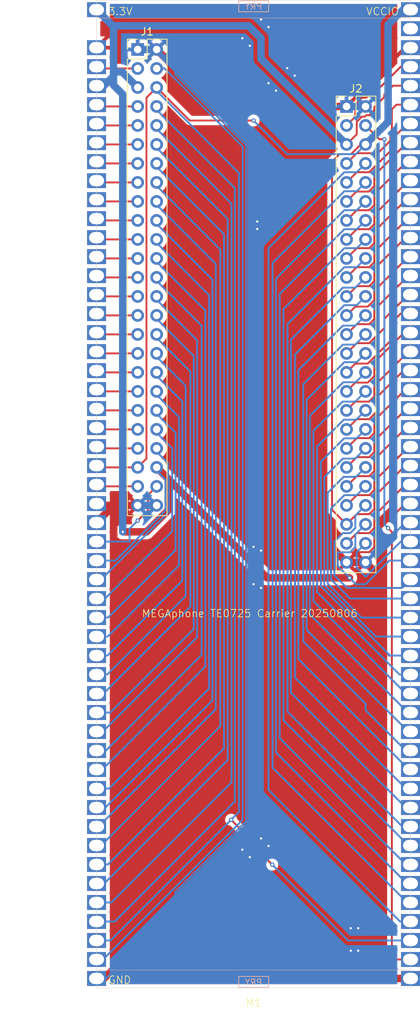
<source format=kicad_pcb>
(kicad_pcb (version 20241229) (generator "pcbnew") (generator_version "9.0")
  (layers (0 "F.Cu" signal) (2 "B.Cu" signal) (13 "F.Paste" user) (15 "B.Paste" user) (5 "F.SilkS" user "F.Silkscreen") (7 "B.SilkS" user "B.Silkscreen") (1 "F.Mask" user) (3 "B.Mask" user) (25 "Edge.Cuts" user))
  (net 0 "")
  (net 2 "J1_35")
  (net 3 "J1_24")
  (net 4 "J1_17")
  (net 5 "J1_19")
  (net 6 "J1_37")
  (net 7 "J1_30")
  (net 8 "J1_26")
  (net 9 "J1_29")
  (net 10 "J1_7")
  (net 11 "J1_4")
  (net 12 "J1_20")
  (net 13 "J1_39")
  (net 14 "J1_8")
  (net 15 "J1_41")
  (net 16 "J1_3")
  (net 17 "J1_38")
  (net 18 "J1_16")
  (net 19 "J1_23")
  (net 20 "J1_44")
  (net 21 "J1_32")
  (net 22 "J1_40")
  (net 23 "J1_11")
  (net 24 "J1_22")
  (net 25 "J1_14")
  (net 26 "J1_48")
  (net 27 "J1_31")
  (net 28 "J1_12")
  (net 29 "J1_9")
  (net 30 "J1_25")
  (net 31 "J1_42")
  (net 32 "J1_13")
  (net 33 "J1_43")
  (net 34 "J1_18")
  (net 35 "J1_33")
  (net 36 "J1_34")
  (net 37 "J1_10")
  (net 38 "J1_1")
  (net 39 "J1_47")
  (net 40 "J1_15")
  (net 41 "J1_27")
  (net 42 "J1_28")
  (net 43 "J1_21")
  (net 44 "J1_36")
  (net 45 "J2_48")
  (net 46 "J2_21")
  (net 47 "J2_31")
  (net 48 "J2_27")
  (net 49 "J2_37")
  (net 50 "J2_28")
  (net 51 "J2_47")
  (net 52 "J2_42")
  (net 53 "J2_36")
  (net 54 "J2_40")
  (net 55 "J2_17")
  (net 56 "J2_11")
  (net 57 "J2_41")
  (net 58 "J2_30")
  (net 59 "J2_24")
  (net 60 "J2_23")
  (net 61 "J2_26")
  (net 62 "J2_38")
  (net 63 "J2_43")
  (net 64 "J2_12")
  (net 65 "J2_32")
  (net 66 "J2_33")
  (net 67 "J2_35")
  (net 68 "J2_16")
  (net 69 "J2_7")
  (net 70 "J2_34")
  (net 71 "J2_18")
  (net 72 "J2_15")
  (net 73 "J2_14")
  (net 74 "J2_39")
  (net 75 "J2_9")
  (net 76 "J2_44")
  (net 77 "J2_20")
  (net 78 "J2_25")
  (net 79 "J2_10")
  (net 80 "J2_13")
  (net 81 "J2_29")
  (net 82 "J2_8")
  (net 83 "J2_19")
  (net 84 "J2_22")
  (net 85 "J1_46")
  (net 86 "J2_3")
  (net 87 "J1_45")
  (net 88 "J2_4")
  (footprint "MegaCastle:MegaCastle2x52-Module-I42.0x127.3-M1" (layer "F.Cu") (at 65.5 109.45)
    (property "Reference" "M1")
    (property "Value" "~")
    (fp_line (start -21 -66.040001) (end -21 66.040001) (stroke (width 0.05)) (layer "Edge.Cuts"))
    (fp_line (start -21 -66.040001) (end 21 -66.040001) (stroke (width 0.05)) (layer "Edge.Cuts"))
    (fp_line (start -21 66.040001) (end 21 66.040001) (stroke (width 0.05)) (layer "Edge.Cuts"))
    (fp_line (start 21 -66.040001) (end 21 66.040001) (stroke (width 0.05)) (layer "Edge.Cuts"))
  )
  (footprint "Connector_PinHeader_2.54mm:PinHeader_2x25_P2.54mm_Vertical" (layer "F.Cu") (at 50 50)
    (property "Reference" "J1")
    (property "Value" "Conn_02x25_Odd_Even")
  )
  (footprint "Connector_PinHeader_2.54mm:PinHeader_2x25_P2.54mm_Vertical" (layer "F.Cu") (at 77.94 57.62)
    (property "Reference" "J2")
    (property "Value" "Conn_02x25_Odd_Even")
  )
  (gr_text "MEGAphone TE0725 Carrier 20250806" (at 50.5 126 0) (layer "F.SilkS") (effects (font (size 1 1) (thickness 0.1)) (justify left bottom)))
  (gr_text "3.3V" (at 46 45.5 0) (layer "F.SilkS") (effects (font (size 1 1) (thickness 0.1)) (justify left bottom)))
  (gr_text "GND" (at 46 175 0) (layer "F.SilkS") (effects (font (size 1 1) (thickness 0.1)) (justify left bottom)))
  (gr_text "VCCIO" (at 80.5 45.5 0) (layer "F.SilkS") (effects (font (size 1 1) (thickness 0.1)) (justify left bottom)))
  (segment (start 44.74 93.18) (end 44.5 92.94) (width 0.25) (layer "F.Cu") (net 2))
  (segment (start 50 93.18) (end 44.74 93.18) (width 0.25) (layer "F.Cu") (net 2))
  (segment (start 59.049 132.5) (end 59.049 84.9) (width 0.25) (layer "B.Cu") (net 3))
  (segment (start 45.269 146.28) (end 59.049 132.5) (width 0.25) (layer "B.Cu") (net 3))
  (segment (start 59.049 84.9) (end 52.089 77.94) (width 0.25) (layer "B.Cu") (net 3))
  (segment (start 44.049 146.28) (end 45.269 146.28) (width 0.25) (layer "B.Cu") (net 3))
  (segment (start 50 70.32) (end 44.74 70.32) (width 0.25) (layer "F.Cu") (net 4))
  (segment (start 44.74 70.32) (end 44.5 70.08) (width 0.25) (layer "F.Cu") (net 4))
  (segment (start 50 72.86) (end 44.74 72.86) (width 0.25) (layer "F.Cu") (net 5))
  (segment (start 44.74 72.86) (end 44.5 72.62) (width 0.25) (layer "F.Cu") (net 5))
  (segment (start 50 95.72) (end 44.74 95.72) (width 0.25) (layer "F.Cu") (net 6))
  (segment (start 44.74 95.72) (end 44.5 95.48) (width 0.25) (layer "F.Cu") (net 6))
  (segment (start 57.5 127.5) (end 46.34 138.66) (width 0.25) (layer "B.Cu") (net 7))
  (segment (start 57.5 90.971) (end 57.5 127.5) (width 0.25) (layer "B.Cu") (net 7))
  (segment (start 52.089 85.56) (end 57.5 90.971) (width 0.25) (layer "B.Cu") (net 7))
  (segment (start 46.34 138.66) (end 44.675 138.66) (width 0.25) (layer "B.Cu") (net 7))
  (segment (start 52.089 80.48) (end 58.549 86.94) (width 0.25) (layer "B.Cu") (net 8))
  (segment (start 58.549 86.94) (end 58.549 130.951) (width 0.25) (layer "B.Cu") (net 8))
  (segment (start 58.549 130.951) (end 45.76 143.74) (width 0.25) (layer "B.Cu") (net 8))
  (segment (start 45.76 143.74) (end 44.675 143.74) (width 0.25) (layer "B.Cu") (net 8))
  (segment (start 50 85.56) (end 44.74 85.56) (width 0.25) (layer "F.Cu") (net 9))
  (segment (start 44.74 85.56) (end 44.5 85.32) (width 0.25) (layer "F.Cu") (net 9))
  (segment (start 44.74 57.62) (end 44.5 57.38) (width 0.25) (layer "F.Cu") (net 10))
  (segment (start 50 57.62) (end 44.74 57.62) (width 0.25) (layer "F.Cu") (net 10))
  (segment (start 53.509 52.54) (end 52.089 52.54) (width 0.25) (layer "B.Cu") (net 11))
  (segment (start 64.049 153) (end 64.049 63) (width 0.25) (layer "B.Cu") (net 11))
  (segment (start 53.549 52.5) (end 53.509 52.54) (width 0.25) (layer "B.Cu") (net 11))
  (segment (start 45.369 171.68) (end 64.049 153) (width 0.25) (layer "B.Cu") (net 11))
  (segment (start 44.049 171.68) (end 45.369 171.68) (width 0.25) (layer "B.Cu") (net 11))
  (segment (start 64.049 63) (end 53.549 52.5) (width 0.25) (layer "B.Cu") (net 11))
  (segment (start 60 137.049) (end 60 80.771) (width 0.25) (layer "B.Cu") (net 12))
  (segment (start 60 80.771) (end 52.089 72.86) (width 0.25) (layer "B.Cu") (net 12))
  (segment (start 44.049 151.36) (end 45.689 151.36) (width 0.25) (layer "B.Cu") (net 12))
  (segment (start 45.689 151.36) (end 60 137.049) (width 0.25) (layer "B.Cu") (net 12))
  (segment (start 50 98.26) (end 44.74 98.26) (width 0.25) (layer "F.Cu") (net 13))
  (segment (start 44.74 98.26) (end 44.5 98.02) (width 0.25) (layer "F.Cu") (net 13))
  (segment (start 63 68.531) (end 52.089 57.62) (width 0.25) (layer "B.Cu") (net 14))
  (segment (start 63 150.549) (end 63 68.531) (width 0.25) (layer "B.Cu") (net 14))
  (segment (start 46.949 166.6) (end 63 150.549) (width 0.25) (layer "B.Cu") (net 14))
  (segment (start 44.049 166.6) (end 46.949 166.6) (width 0.25) (layer "B.Cu") (net 14))
  (segment (start 50 100.8) (end 44.74 100.8) (width 0.25) (layer "F.Cu") (net 15))
  (segment (start 44.74 100.8) (end 44.5 100.56) (width 0.25) (layer "F.Cu") (net 15))
  (segment (start 50 52.54) (end 44.74 52.54) (width 0.25) (layer "F.Cu") (net 16))
  (segment (start 44.74 52.54) (end 44.5 52.3) (width 0.25) (layer "F.Cu") (net 16))
  (segment (start 46 128.5) (end 44.049 128.5) (width 0.25) (layer "B.Cu") (net 17))
  (segment (start 55.52 99.151) (end 55.52 118.98) (width 0.25) (layer "B.Cu") (net 17))
  (segment (start 52.089 95.72) (end 55.52 99.151) (width 0.25) (layer "B.Cu") (net 17))
  (segment (start 55.52 118.98) (end 46 128.5) (width 0.25) (layer "B.Cu") (net 17))
  (segment (start 45.109 156.44) (end 61.049 140.5) (width 0.25) (layer "B.Cu") (net 18))
  (segment (start 61.049 76.74) (end 52.089 67.78) (width 0.25) (layer "B.Cu") (net 18))
  (segment (start 44.049 156.44) (end 45.109 156.44) (width 0.25) (layer "B.Cu") (net 18))
  (segment (start 61.049 140.5) (end 61.049 76.74) (width 0.25) (layer "B.Cu") (net 18))
  (segment (start 44.74 77.94) (end 44.5 77.7) (width 0.25) (layer "F.Cu") (net 19))
  (segment (start 50 77.94) (end 44.74 77.94) (width 0.25) (layer "F.Cu") (net 19))
  (segment (start 54.167 111.820736) (end 54.167 107.118) (width 0.25) (layer "B.Cu") (net 20))
  (segment (start 54.049 107) (end 54.049 105.3) (width 0.25) (layer "B.Cu") (net 20))
  (segment (start 45.107736 120.88) (end 54.167 111.820736) (width 0.25) (layer "B.Cu") (net 20))
  (segment (start 54.049 105.3) (end 52.089 103.34) (width 0.25) (layer "B.Cu") (net 20))
  (segment (start 44.049 120.88) (end 45.107736 120.88) (width 0.25) (layer "B.Cu") (net 20))
  (segment (start 54.167 107.118) (end 54.049 107) (width 0.25) (layer "B.Cu") (net 20))
  (segment (start 45.429 136.12) (end 57.049 124.5) (width 0.25) (layer "B.Cu") (net 21))
  (segment (start 44.049 136.12) (end 45.429 136.12) (width 0.25) (layer "B.Cu") (net 21))
  (segment (start 57.049 124.5) (end 57.049 93.06) (width 0.25) (layer "B.Cu") (net 21))
  (segment (start 57.049 93.06) (end 52.089 88.1) (width 0.25) (layer "B.Cu") (net 21))
  (segment (start 46.04 125.96) (end 55.069 116.931) (width 0.25) (layer "B.Cu") (net 22))
  (segment (start 44.049 125.96) (end 46.04 125.96) (width 0.25) (layer "B.Cu") (net 22))
  (segment (start 55.069 116.931) (end 55.069 101.24) (width 0.25) (layer "B.Cu") (net 22))
  (segment (start 55.069 101.24) (end 52.089 98.26) (width 0.25) (layer "B.Cu") (net 22))
  (segment (start 44.74 62.7) (end 44.5 62.46) (width 0.25) (layer "F.Cu") (net 23))
  (segment (start 50 62.7) (end 44.74 62.7) (width 0.25) (layer "F.Cu") (net 23))
  (segment (start 52.089 75.4) (end 59.549 82.86) (width 0.25) (layer "B.Cu") (net 24))
  (segment (start 59.549 82.86) (end 59.549 135.451) (width 0.25) (layer "B.Cu") (net 24))
  (segment (start 59.549 135.451) (end 46.18 148.82) (width 0.25) (layer "B.Cu") (net 24))
  (segment (start 46.18 148.82) (end 44.675 148.82) (width 0.25) (layer "B.Cu") (net 24))
  (segment (start 46.02 158.98) (end 44.675 158.98) (width 0.25) (layer "B.Cu") (net 25))
  (segment (start 52.089 65.24) (end 61.549 74.7) (width 0.25) (layer "B.Cu") (net 25))
  (segment (start 61.549 74.7) (end 61.549 143.451) (width 0.25) (layer "B.Cu") (net 25))
  (segment (start 61.549 143.451) (end 46.02 158.98) (width 0.25) (layer "B.Cu") (net 25))
  (segment (start 51.364 109.596) (end 51.364 111.636) (width 0.25) (layer "F.Cu") (net 26))
  (segment (start 51.364 111.636) (end 50 113) (width 0.25) (layer "F.Cu") (net 26))
  (segment (start 52.54 108.42) (end 51.364 109.596) (width 0.25) (layer "F.Cu") (net 26))
  (via (at 50 113) (size 0.6) (drill 0.3) (layers "F.Cu" "B.Cu") (net 26))
  (segment (start 50 113) (end 48.912116 114.087884) (width 0.25) (layer "B.Cu") (net 26))
  (segment (start 48.912116 115.8) (end 44.049 115.8) (width 0.25) (layer "B.Cu") (net 26))
  (segment (start 48.912116 114.087884) (end 48.912116 115.8) (width 0.25) (layer "B.Cu") (net 26))
  (segment (start 44.74 88.1) (end 44.5 87.86) (width 0.25) (layer "F.Cu") (net 27))
  (segment (start 50 88.1) (end 44.74 88.1) (width 0.25) (layer "F.Cu") (net 27))
  (segment (start 44.049 161.52) (end 45.529 161.52) (width 0.25) (layer "B.Cu") (net 28))
  (segment (start 45.529 161.52) (end 62.049 145) (width 0.25) (layer "B.Cu") (net 28))
  (segment (start 62.049 145) (end 62.049 72.66) (width 0.25) (layer "B.Cu") (net 28))
  (segment (start 62.049 72.66) (end 52.089 62.7) (width 0.25) (layer "B.Cu") (net 28))
  (segment (start 44.74 60.16) (end 44.5 59.92) (width 0.25) (layer "F.Cu") (net 29))
  (segment (start 50 60.16) (end 44.74 60.16) (width 0.25) (layer "F.Cu") (net 29))
  (segment (start 44.74 80.48) (end 44.5 80.24) (width 0.25) (layer "F.Cu") (net 30))
  (segment (start 50 80.48) (end 44.74 80.48) (width 0.25) (layer "F.Cu") (net 30))
  (segment (start 54.618 114.444999) (end 45.642999 123.42) (width 0.25) (layer "B.Cu") (net 31))
  (segment (start 52.089 100.8) (end 54.618 103.329) (width 0.25) (layer "B.Cu") (net 31))
  (segment (start 54.618 103.329) (end 54.618 114.444999) (width 0.25) (layer "B.Cu") (net 31))
  (segment (start 45.642999 123.42) (end 44.675 123.42) (width 0.25) (layer "B.Cu") (net 31))
  (segment (start 44.74 65.24) (end 44.5 65) (width 0.25) (layer "F.Cu") (net 32))
  (segment (start 50 65.24) (end 44.74 65.24) (width 0.25) (layer "F.Cu") (net 32))
  (segment (start 50 103.34) (end 44.74 103.34) (width 0.25) (layer "F.Cu") (net 33))
  (segment (start 44.74 103.34) (end 44.5 103.1) (width 0.25) (layer "F.Cu") (net 33))
  (segment (start 60.451 78.682) (end 60.451 138.224) (width 0.25) (layer "B.Cu") (net 34))
  (segment (start 60.451 138.224) (end 44.675 154) (width 0.25) (layer "B.Cu") (net 34))
  (segment (start 52.089 70.32) (end 60.451 78.682) (width 0.25) (layer "B.Cu") (net 34))
  (segment (start 50 90.64) (end 44.74 90.64) (width 0.25) (layer "F.Cu") (net 35))
  (segment (start 44.74 90.64) (end 44.5 90.4) (width 0.25) (layer "F.Cu") (net 35))
  (segment (start 45.92 133.58) (end 44.049 133.58) (width 0.25) (layer "B.Cu") (net 36))
  (segment (start 56.422 94.973) (end 56.422 123.078) (width 0.25) (layer "B.Cu") (net 36))
  (segment (start 52.089 90.64) (end 56.422 94.973) (width 0.25) (layer "B.Cu") (net 36))
  (segment (start 56.422 123.078) (end 45.92 133.58) (width 0.25) (layer "B.Cu") (net 36))
  (segment (start 62.549 148) (end 46.489 164.06) (width 0.25) (layer "B.Cu") (net 37))
  (segment (start 52.089 60.16) (end 62.549 70.62) (width 0.25) (layer "B.Cu") (net 37))
  (segment (start 46.489 164.06) (end 44.049 164.06) (width 0.25) (layer "B.Cu") (net 37))
  (segment (start 62.549 70.62) (end 62.549 148) (width 0.25) (layer "B.Cu") (net 37))
  (segment (start 44.74 50) (end 44.5 49.76) (width 0.25) (layer "F.Cu") (net 38))
  (segment (start 82.5 173) (end 83.72 174.22) (width 1) (layer "F.Cu") (net 38))
  (segment (start 77.94 57.62) (end 85.749 49.811) (width 0.5) (layer "F.Cu") (net 38))
  (segment (start 68 57.62) (end 77.94 57.62) (width 1) (layer "F.Cu") (net 38))
  (segment (start 79.304 117.216) (end 77.94 118.58) (width 0.25) (layer "F.Cu") (net 38))
  (segment (start 82.5 120.6) (end 82.5 173) (width 1) (layer "F.Cu") (net 38))
  (segment (start 47.5 110.96) (end 46.799 111.661) (width 1) (layer "F.Cu") (net 38))
  (segment (start 81.656 116.527116) (end 80.967116 117.216) (width 0.25) (layer "F.Cu") (net 38))
  (segment (start 66 173) (end 82.5 173) (width 1) (layer "F.Cu") (net 38))
  (segment (start 47 110.96) (end 46.8 110.96) (width 1) (layer "F.Cu") (net 38))
  (segment (start 85.749 49.811) (end 85.749 49.76) (width 0.5) (layer "F.Cu") (net 38))
  (segment (start 77.94 118.58) (end 80.48 118.58) (width 1) (layer "F.Cu") (net 38))
  (segment (start 46.8 110.96) (end 44.5 113.26) (width 1) (layer "F.Cu") (net 38))
  (segment (start 80.48 118.58) (end 82.5 120.6) (width 1) (layer "F.Cu") (net 38))
  (segment (start 83.72 174.22) (end 85.499 174.22) (width 1) (layer "F.Cu") (net 38))
  (segment (start 65.922 172.922) (end 66 173) (width 1) (layer "F.Cu") (net 38))
  (segment (start 47 110.96) (end 44.74 110.96) (width 1) (layer "F.Cu") (net 38))
  (segment (start 44.74 110.96) (end 44.5 110.72) (width 1) (layer "F.Cu") (net 38))
  (segment (start 68 108.64) (end 77.94 118.58) (width 1) (layer "F.Cu") (net 38))
  (segment (start 86.5 110.72) (end 85.8 110.72) (width 0.25) (layer "F.Cu") (net 38))
  (segment (start 80.967116 117.216) (end 79.304 117.216) (width 0.25) (layer "F.Cu") (net 38))
  (segment (start 50 110.96) (end 47.5 110.96) (width 1) (layer "F.Cu") (net 38))
  (segment (start 85.8 110.72) (end 81.656 114.864) (width 0.25) (layer "F.Cu") (net 38))
  (segment (start 46.76 49.76) (end 47 50) (width 0.5) (layer "F.Cu") (net 38))
  (segment (start 60.16 57.62) (end 68 57.62) (width 1) (layer "F.Cu") (net 38))
  (segment (start 46.799 172.922) (end 65.922 172.922) (width 1) (layer "F.Cu") (net 38))
  (segment (start 52.54 50) (end 60.16 57.62) (width 1) (layer "F.Cu") (net 38))
  (segment (start 44.5 49.76) (end 46.74 49.76) (width 0.5) (layer "F.Cu") (net 38))
  (segment (start 46.799 172.922) (end 45.501 174.22) (width 1) (layer "F.Cu") (net 38))
  (segment (start 68 57.62) (end 68 108.64) (width 1) (layer "F.Cu") (net 38))
  (segment (start 47.5 110.96) (end 47 110.96) (width 1) (layer "F.Cu") (net 38))
  (segment (start 46.799 111.661) (end 46.799 172.922) (width 1) (layer "F.Cu") (net 38))
  (segment (start 81.656 114.864) (end 81.656 116.527116) (width 0.25) (layer "F.Cu") (net 38))
  (via (at 70 52.5) (size 0.6) (drill 0.3) (layers "F.Cu" "B.Cu") (net 38))
  (via (at 66 74) (size 0.6) (drill 0.3) (layers "F.Cu" "B.Cu") (net 38))
  (via (at 67.5 54.5) (size 0.6) (drill 0.3) (layers "F.Cu" "B.Cu") (net 38))
  (via (at 64 48.5) (size 0.6) (drill 0.3) (layers "F.Cu" "B.Cu") (net 38))
  (via (at 66.5 122) (size 0.6) (drill 0.3) (layers "F.Cu" "B.Cu") (net 38))
  (via (at 68.5 55.5) (size 0.6) (drill 0.3) (layers "F.Cu" "B.Cu") (net 38))
  (via (at 67.5 156.5) (size 0.6) (drill 0.3) (layers "F.Cu" "B.Cu") (net 38))
  (via (at 79.5 170.5) (size 0.6) (drill 0.3) (layers "F.Cu" "B.Cu") (net 38))
  (via (at 66.5 117) (size 0.6) (drill 0.3) (layers "F.Cu" "B.Cu") (net 38))
  (via (at 78.5 170.5) (size 0.6) (drill 0.3) (layers "F.Cu" "B.Cu") (net 38))
  (via (at 64 157) (size 0.6) (drill 0.3) (layers "F.Cu" "B.Cu") (net 38))
  (via (at 66.5 155.5) (size 0.6) (drill 0.3) (layers "F.Cu" "B.Cu") (net 38))
  (via (at 67.5 47) (size 0.6) (drill 0.3) (layers "F.Cu" "B.Cu") (net 38))
  (via (at 66.5 46) (size 0.6) (drill 0.3) (layers "F.Cu" "B.Cu") (net 38))
  (via (at 65.5 121.5) (size 0.6) (drill 0.3) (layers "F.Cu" "B.Cu") (net 38))
  (via (at 78.5 167.5) (size 0.6) (drill 0.3) (layers "F.Cu" "B.Cu") (net 38))
  (via (at 66 73) (size 0.6) (drill 0.3) (layers "F.Cu" "B.Cu") (net 38))
  (via (at 65.5 116.5) (size 0.6) (drill 0.3) (layers "F.Cu" "B.Cu") (net 38))
  (via (at 79.5 167.5) (size 0.6) (drill 0.3) (layers "F.Cu" "B.Cu") (net 38))
  (via (at 65 49.5) (size 0.6) (drill 0.3) (layers "F.Cu" "B.Cu") (net 38))
  (via (at 65 158) (size 0.6) (drill 0.3) (layers "F.Cu" "B.Cu") (net 38))
  (via (at 71 53.5) (size 0.6) (drill 0.3) (layers "F.Cu" "B.Cu") (net 38))
  (segment (start 52.54 50) (end 50 50) (width 1) (layer "B.Cu") (net 38))
  (segment (start 64.5 62.81319) (end 64.5 153.18681) (width 0.25) (layer "B.Cu") (net 38))
  (segment (start 55.049 164.951) (end 45.78 174.22) (width 0.25) (layer "B.Cu") (net 38))
  (segment (start 55.049 53.36219) (end 64.5 62.81319) (width 0.25) (layer "B.Cu") (net 38))
  (segment (start 52.089 50) (end 55.049 52.96) (width 0.25) (layer "B.Cu") (net 38))
  (segment (start 45.78 174.22) (end 44.675 174.22) (width 0.25) (layer "B.Cu") (net 38))
  (segment (start 85.8 113.26) (end 80.48 118.58) (width 0.25) (layer "B.Cu") (net 38))
  (segment (start 55.049 52.96) (end 55.049 53.36219) (width 0.25) (layer "B.Cu") (net 38))
  (segment (start 80.48 57.62) (end 77.94 57.62) (width 1) (layer "B.Cu") (net 38))
  (segment (start 55.049 162.63781) (end 55.049 164.951) (width 0.25) (layer "B.Cu") (net 38))
  (segment (start 52.54 110.96) (end 50 110.96) (width 1) (layer "B.Cu") (net 38))
  (segment (start 86.5 113.26) (end 85.8 113.26) (width 0.25) (layer "B.Cu") (net 38))
  (segment (start 64.5 153.18681) (end 55.049 162.63781) (width 0.25) (layer "B.Cu") (net 38))
  (segment (start 50 108.42) (end 44.74 108.42) (width 0.25) (layer "F.Cu") (net 39))
  (segment (start 44.74 108.42) (end 44.5 108.18) (width 0.25) (layer "F.Cu") (net 39))
  (segment (start 50 67.78) (end 44.74 67.78) (width 0.25) (layer "F.Cu") (net 40))
  (segment (start 44.74 67.78) (end 44.5 67.54) (width 0.25) (layer "F.Cu") (net 40))
  (segment (start 50 83.02) (end 44.74 83.02) (width 0.25) (layer "F.Cu") (net 41))
  (segment (start 44.74 83.02) (end 44.5 82.78) (width 0.25) (layer "F.Cu") (net 41))
  (segment (start 45.349 141.2) (end 57.951 128.598) (width 0.25) (layer "B.Cu") (net 42))
  (segment (start 57.951 88.882) (end 52.089 83.02) (width 0.25) (layer "B.Cu") (net 42))
  (segment (start 44.049 141.2) (end 45.349 141.2) (width 0.25) (layer "B.Cu") (net 42))
  (segment (start 57.951 128.598) (end 57.951 88.882) (width 0.25) (layer "B.Cu") (net 42))
  (segment (start 44.74 75.4) (end 44.5 75.16) (width 0.25) (layer "F.Cu") (net 43))
  (segment (start 50 75.4) (end 44.74 75.4) (width 0.25) (layer "F.Cu") (net 43))
  (segment (start 44.049 131.04) (end 45.96 131.04) (width 0.25) (layer "B.Cu") (net 44))
  (segment (start 45.96 131.04) (end 55.971 121.029) (width 0.25) (layer "B.Cu") (net 44))
  (segment (start 55.971 121.029) (end 55.971 97.062) (width 0.25) (layer "B.Cu") (net 44))
  (segment (start 55.971 97.062) (end 52.089 93.18) (width 0.25) (layer "B.Cu") (net 44))
  (segment (start 79.304 117.216) (end 80.48 116.04) (width 0.25) (layer "B.Cu") (net 45))
  (segment (start 79.304 119.304) (end 79.304 117.216) (width 0.25) (layer "B.Cu") (net 45))
  (segment (start 80.5 120.5) (end 79.304 119.304) (width 0.25) (layer "B.Cu") (net 45))
  (segment (start 85.2 115.8) (end 80.5 120.5) (width 0.25) (layer "B.Cu") (net 45))
  (segment (start 86.5 115.8) (end 85.2 115.8) (width 0.25) (layer "B.Cu") (net 45))
  (segment (start 81.656 79.344) (end 81.656 80.967116) (width 0.25) (layer "F.Cu") (net 46))
  (segment (start 81.656 80.967116) (end 80.967116 81.656) (width 0.25) (layer "F.Cu") (net 46))
  (segment (start 79.304 81.656) (end 77.94 83.02) (width 0.25) (layer "F.Cu") (net 46))
  (segment (start 86.5 75.16) (end 85.84 75.16) (width 0.25) (layer "F.Cu") (net 46))
  (segment (start 85.84 75.16) (end 81.656 79.344) (width 0.25) (layer "F.Cu") (net 46))
  (segment (start 80.967116 81.656) (end 79.304 81.656) (width 0.25) (layer "F.Cu") (net 46))
  (segment (start 81.656 93.667116) (end 80.779116 94.544) (width 0.25) (layer "F.Cu") (net 47))
  (segment (start 85.64 87.86) (end 81.656 91.844) (width 0.25) (layer "F.Cu") (net 47))
  (segment (start 81.656 91.844) (end 81.656 93.667116) (width 0.25) (layer "F.Cu") (net 47))
  (segment (start 79.116 94.544) (end 77.94 95.72) (width 0.25) (layer "F.Cu") (net 47))
  (segment (start 86.5 87.86) (end 85.64 87.86) (width 0.25) (layer "F.Cu") (net 47))
  (segment (start 80.779116 94.544) (end 79.116 94.544) (width 0.25) (layer "F.Cu") (net 47))
  (segment (start 80.967116 89.276) (end 79.304 89.276) (width 0.25) (layer "F.Cu") (net 48))
  (segment (start 83.01 86) (end 83.01 87.233116) (width 0.25) (layer "F.Cu") (net 48))
  (segment (start 79.304 89.276) (end 77.94 90.64) (width 0.25) (layer "F.Cu") (net 48))
  (segment (start 86.23 82.78) (end 83.01 86) (width 0.25) (layer "F.Cu") (net 48))
  (segment (start 83.01 87.233116) (end 80.967116 89.276) (width 0.25) (layer "F.Cu") (net 48))
  (segment (start 86.5 82.78) (end 86.23 82.78) (width 0.25) (layer "F.Cu") (net 48))
  (segment (start 81.656 99.624) (end 81.656 101.287116) (width 0.25) (layer "F.Cu") (net 49))
  (segment (start 79.304 101.976) (end 77.94 103.34) (width 0.25) (layer "F.Cu") (net 49))
  (segment (start 85.8 95.48) (end 81.656 99.624) (width 0.25) (layer "F.Cu") (net 49))
  (segment (start 81.656 101.287116) (end 80.967116 101.976) (width 0.25) (layer "F.Cu") (net 49))
  (segment (start 86.5 95.48) (end 85.8 95.48) (width 0.25) (layer "F.Cu") (net 49))
  (segment (start 80.967116 101.976) (end 79.304 101.976) (width 0.25) (layer "F.Cu") (net 49))
  (segment (start 77.640884 91.816) (end 79.304 91.816) (width 0.25) (layer "B.Cu") (net 50))
  (segment (start 72.598 96.858884) (end 77.640884 91.816) (width 0.25) (layer "B.Cu") (net 50))
  (segment (start 86.2 141.2) (end 72.598 127.598) (width 0.25) (layer "B.Cu") (net 50))
  (segment (start 79.304 91.816) (end 80.48 90.64) (width 0.25) (layer "B.Cu") (net 50))
  (segment (start 72.598 127.598) (end 72.598 96.858884) (width 0.25) (layer "B.Cu") (net 50))
  (segment (start 86.5 141.2) (end 86.2 141.2) (width 0.25) (layer "B.Cu") (net 50))
  (segment (start 81.656 113.987116) (end 80.967116 114.676) (width 0.25) (layer "F.Cu") (net 51))
  (segment (start 85.82 108.18) (end 81.656 112.344) (width 0.25) (layer "F.Cu") (net 51))
  (segment (start 79.304 114.676) (end 77.94 116.04) (width 0.25) (layer "F.Cu") (net 51))
  (segment (start 81.656 112.344) (end 81.656 113.987116) (width 0.25) (layer "F.Cu") (net 51))
  (segment (start 86.5 108.18) (end 85.82 108.18) (width 0.25) (layer "F.Cu") (net 51))
  (segment (start 80.967116 114.676) (end 79.304 114.676) (width 0.25) (layer "F.Cu") (net 51))
  (segment (start 77.640884 109.596) (end 79.304 109.596) (width 0.25) (layer "B.Cu") (net 52))
  (segment (start 86.5 123.42) (end 78.42 123.42) (width 0.25) (layer "B.Cu") (net 52))
  (segment (start 75.862 111.374884) (end 77.640884 109.596) (width 0.25) (layer "B.Cu") (net 52))
  (segment (start 79.304 109.596) (end 80.48 108.42) (width 0.25) (layer "B.Cu") (net 52))
  (segment (start 78.42 123.42) (end 75.862 120.862) (width 0.25) (layer "B.Cu") (net 52))
  (segment (start 75.862 120.862) (end 75.862 111.374884) (width 0.25) (layer "B.Cu") (net 52))
  (segment (start 74.5 105.116884) (end 77.616884 102) (width 0.25) (layer "B.Cu") (net 53))
  (segment (start 83.76438 131.04) (end 74.5 121.77562) (width 0.25) (layer "B.Cu") (net 53))
  (segment (start 74.5 121.77562) (end 74.5 105.116884) (width 0.25) (layer "B.Cu") (net 53))
  (segment (start 77.616884 102) (end 79.28 102) (width 0.25) (layer "B.Cu") (net 53))
  (segment (start 86.5 131.04) (end 84 131.04) (width 0.25) (layer "B.Cu") (net 53))
  (segment (start 84 131.04) (end 83.54 131.04) (width 0.25) (layer "B.Cu") (net 53))
  (segment (start 79.28 102) (end 80.48 100.8) (width 0.25) (layer "B.Cu") (net 53))
  (segment (start 84 131.04) (end 83.76438 131.04) (width 0.25) (layer "B.Cu") (net 53))
  (segment (start 86.5 125.96) (end 79.96 125.96) (width 0.25) (layer "B.Cu") (net 54))
  (segment (start 79.216884 107.143116) (end 80.48 105.88) (width 0.25) (layer "B.Cu") (net 54))
  (segment (start 77.553768 107.143116) (end 79.216884 107.143116) (width 0.25) (layer "B.Cu") (net 54))
  (segment (start 75.411 121.411) (end 75.411 109.285884) (width 0.25) (layer "B.Cu") (net 54))
  (segment (start 79.96 125.96) (end 75.411 121.411) (width 0.25) (layer "B.Cu") (net 54))
  (segment (start 75.411 109.285884) (end 77.553768 107.143116) (width 0.25) (layer "B.Cu") (net 54))
  (segment (start 79.304 76.576) (end 77.94 77.94) (width 0.25) (layer "F.Cu") (net 55))
  (segment (start 81.656 75.887116) (end 80.967116 76.576) (width 0.25) (layer "F.Cu") (net 55))
  (segment (start 81.656 74.344) (end 81.656 75.887116) (width 0.25) (layer "F.Cu") (net 55))
  (segment (start 80.967116 76.576) (end 79.304 76.576) (width 0.25) (layer "F.Cu") (net 55))
  (segment (start 85.92 70.08) (end 81.656 74.344) (width 0.25) (layer "F.Cu") (net 55))
  (segment (start 86.5 70.08) (end 85.92 70.08) (width 0.25) (layer "F.Cu") (net 55))
  (segment (start 80.923116 69) (end 79.26 69) (width 0.25) (layer "F.Cu") (net 56))
  (segment (start 86.5 62.46) (end 86.04 62.46) (width 0.25) (layer "F.Cu") (net 56))
  (segment (start 79.26 69) (end 77.94 70.32) (width 0.25) (layer "F.Cu") (net 56))
  (segment (start 81.656 68.267116) (end 80.923116 69) (width 0.25) (layer "F.Cu") (net 56))
  (segment (start 81.656 66.844) (end 81.656 68.267116) (width 0.25) (layer "F.Cu") (net 56))
  (segment (start 86.04 62.46) (end 81.656 66.844) (width 0.25) (layer "F.Cu") (net 56))
  (segment (start 81.656 104.844) (end 81.656 106.367116) (width 0.25) (layer "F.Cu") (net 57))
  (segment (start 80.967116 107.056) (end 79.304 107.056) (width 0.25) (layer "F.Cu") (net 57))
  (segment (start 85.94 100.56) (end 81.656 104.844) (width 0.25) (layer "F.Cu") (net 57))
  (segment (start 79.304 107.056) (end 77.94 108.42) (width 0.25) (layer "F.Cu") (net 57))
  (segment (start 81.656 106.367116) (end 80.967116 107.056) (width 0.25) (layer "F.Cu") (net 57))
  (segment (start 86.5 100.56) (end 85.94 100.56) (width 0.25) (layer "F.Cu") (net 57))
  (segment (start 77.496884 94.5) (end 79.16 94.5) (width 0.25) (layer "B.Cu") (net 58))
  (segment (start 79.16 94.5) (end 80.48 93.18) (width 0.25) (layer "B.Cu") (net 58))
  (segment (start 86.5 138.66) (end 86.16 138.66) (width 0.25) (layer "B.Cu") (net 58))
  (segment (start 73.049 125.549) (end 73.049 98.947884) (width 0.25) (layer "B.Cu") (net 58))
  (segment (start 86.16 138.66) (end 73.049 125.549) (width 0.25) (layer "B.Cu") (net 58))
  (segment (start 73.049 98.947884) (end 77.496884 94.5) (width 0.25) (layer "B.Cu") (net 58))
  (segment (start 77.452884 86.924) (end 79.116 86.924) (width 0.25) (layer "B.Cu") (net 59))
  (segment (start 86.28 146.28) (end 71.5 131.5) (width 0.25) (layer "B.Cu") (net 59))
  (segment (start 79.116 86.924) (end 80.48 85.56) (width 0.25) (layer "B.Cu") (net 59))
  (segment (start 71.5 131.5) (end 71.5 92.876884) (width 0.25) (layer "B.Cu") (net 59))
  (segment (start 86.5 146.28) (end 86.28 146.28) (width 0.25) (layer "B.Cu") (net 59))
  (segment (start 71.5 92.876884) (end 77.452884 86.924) (width 0.25) (layer "B.Cu") (net 59))
  (segment (start 81.656 83.507116) (end 80.779116 84.384) (width 0.25) (layer "F.Cu") (net 60))
  (segment (start 80.779116 84.384) (end 79.116 84.384) (width 0.25) (layer "F.Cu") (net 60))
  (segment (start 86.5 77.7) (end 86.23 77.7) (width 0.25) (layer "F.Cu") (net 60))
  (segment (start 79.116 84.384) (end 77.94 85.56) (width 0.25) (layer "F.Cu") (net 60))
  (segment (start 81.656 82.274) (end 81.656 83.507116) (width 0.25) (layer "F.Cu") (net 60))
  (segment (start 86.23 77.7) (end 81.656 82.274) (width 0.25) (layer "F.Cu") (net 60))
  (segment (start 77.452884 89.464) (end 72.147 94.769884) (width 0.25) (layer "B.Cu") (net 61))
  (segment (start 80.48 88.1) (end 79.116 89.464) (width 0.25) (layer "B.Cu") (net 61))
  (segment (start 72.147 94.769884) (end 72.147 129.147) (width 0.25) (layer "B.Cu") (net 61))
  (segment (start 79.116 89.464) (end 77.452884 89.464) (width 0.25) (layer "B.Cu") (net 61))
  (segment (start 72.147 129.147) (end 80.5 137.5) (width 0.25) (layer "B.Cu") (net 61))
  (segment (start 80.5 137.5) (end 80.5 138.366) (width 0.25) (layer "B.Cu") (net 61))
  (segment (start 80.5 138.366) (end 85.874 143.74) (width 0.25) (layer "B.Cu") (net 61))
  (segment (start 74.96 121.59781) (end 74.96 107.196884) (width 0.25) (layer "B.Cu") (net 62))
  (segment (start 77.452884 104.704) (end 79.116 104.704) (width 0.25) (layer "B.Cu") (net 62))
  (segment (start 86.5 128.5) (end 81.86219 128.5) (width 0.25) (layer "B.Cu") (net 62))
  (segment (start 74.96 107.196884) (end 77.452884 104.704) (width 0.25) (layer "B.Cu") (net 62))
  (segment (start 81.86219 128.5) (end 74.96 121.59781) (width 0.25) (layer "B.Cu") (net 62))
  (segment (start 79.116 104.704) (end 80.48 103.34) (width 0.25) (layer "B.Cu") (net 62))
  (segment (start 86.5 103.1) (end 86.293 103.1) (width 0.25) (layer "F.Cu") (net 63))
  (segment (start 81.656 108.907116) (end 80.967116 109.596) (width 0.25) (layer "F.Cu") (net 63))
  (segment (start 80.967116 109.596) (end 79.304 109.596) (width 0.25) (layer "F.Cu") (net 63))
  (segment (start 81.656 107.737) (end 81.656 108.907116) (width 0.25) (layer "F.Cu") (net 63))
  (segment (start 79.304 109.596) (end 77.94 110.96) (width 0.25) (layer "F.Cu") (net 63))
  (segment (start 86.293 103.1) (end 81.656 107.737) (width 0.25) (layer "F.Cu") (net 63))
  (segment (start 86.5 161.52) (end 86.02 161.52) (width 0.25) (layer "B.Cu") (net 64))
  (segment (start 77.640884 71.496) (end 79.304 71.496) (width 0.25) (layer "B.Cu") (net 64))
  (segment (start 68.5 144) (end 68.5 80.636884) (width 0.25) (layer "B.Cu") (net 64))
  (segment (start 86.02 161.52) (end 68.5 144) (width 0.25) (layer "B.Cu") (net 64))
  (segment (start 79.304 71.496) (end 80.48 70.32) (width 0.25) (layer "B.Cu") (net 64))
  (segment (start 68.5 80.636884) (end 77.640884 71.496) (width 0.25) (layer "B.Cu") (net 64))
  (segment (start 73.5 101) (end 73.5 123.746) (width 0.25) (layer "B.Cu") (net 65))
  (segment (start 77.416 97.084) (end 73.5 101) (width 0.25) (layer "B.Cu") (net 65))
  (segment (start 79.116 97.084) (end 77.416 97.084) (width 0.25) (layer "B.Cu") (net 65))
  (segment (start 80.48 95.72) (end 79.116 97.084) (width 0.25) (layer "B.Cu") (net 65))
  (segment (start 73.5 123.746) (end 85.874 136.12) (width 0.25) (layer "B.Cu") (net 65))
  (segment (start 86.23 90.4) (end 81.656 94.974) (width 0.25) (layer "F.Cu") (net 66))
  (segment (start 79.116 97.084) (end 77.94 98.26) (width 0.25) (layer "F.Cu") (net 66))
  (segment (start 81.656 94.974) (end 81.656 96.395116) (width 0.25) (layer "F.Cu") (net 66))
  (segment (start 81.656 96.395116) (end 80.967116 97.084) (width 0.25) (layer "F.Cu") (net 66))
  (segment (start 86.5 90.4) (end 86.23 90.4) (width 0.25) (layer "F.Cu") (net 66))
  (segment (start 80.967116 97.084) (end 79.116 97.084) (width 0.25) (layer "F.Cu") (net 66))
  (segment (start 82.107 96.393) (end 82.107 98.296116) (width 0.25) (layer "F.Cu") (net 67))
  (segment (start 85.56 92.94) (end 82.107 96.393) (width 0.25) (layer "F.Cu") (net 67))
  (segment (start 86.5 92.94) (end 85.56 92.94) (width 0.25) (layer "F.Cu") (net 67))
  (segment (start 82.107 98.296116) (end 80.967116 99.436) (width 0.25) (layer "F.Cu") (net 67))
  (segment (start 79.304 99.436) (end 77.94 100.8) (width 0.25) (layer "F.Cu") (net 67))
  (segment (start 80.967116 99.436) (end 79.304 99.436) (width 0.25) (layer "F.Cu") (net 67))
  (segment (start 77.640884 76.576) (end 79.304 76.576) (width 0.25) (layer "B.Cu") (net 68))
  (segment (start 86.23 156.44) (end 69.5 139.71) (width 0.25) (layer "B.Cu") (net 68))
  (segment (start 69.5 139.71) (end 69.5 84.716884) (width 0.25) (layer "B.Cu") (net 68))
  (segment (start 86.5 156.44) (end 86.23 156.44) (width 0.25) (layer "B.Cu") (net 68))
  (segment (start 79.304 76.576) (end 80.48 75.4) (width 0.25) (layer "B.Cu") (net 68))
  (segment (start 69.5 84.716884) (end 77.640884 76.576) (width 0.25) (layer "B.Cu") (net 68))
  (segment (start 77.94 65.24) (end 79.304 63.876) (width 0.25) (layer "F.Cu") (net 69))
  (segment (start 84 58) (end 84.62 57.38) (width 0.25) (layer "F.Cu") (net 69))
  (segment (start 83.799 62.201) (end 83.799 61.201) (width 0.25) (layer "F.Cu") (net 69))
  (segment (start 83.799 61.201) (end 84 61) (width 0.25) (layer "F.Cu") (net 69))
  (segment (start 82.124 63.876) (end 83.799 62.201) (width 0.25) (layer "F.Cu") (net 69))
  (segment (start 79.304 63.876) (end 82.124 63.876) (width 0.25) (layer "F.Cu") (net 69))
  (segment (start 84 61) (end 84 58) (width 0.25) (layer "F.Cu") (net 69))
  (segment (start 84.62 57.38) (end 86.5 57.38) (width 0.25) (layer "F.Cu") (net 69))
  (segment (start 74 122.55) (end 74 103.076884) (width 0.25) (layer "B.Cu") (net 70))
  (segment (start 74 103.076884) (end 77.576884 99.5) (width 0.25) (layer "B.Cu") (net 70))
  (segment (start 79.24 99.5) (end 80.48 98.26) (width 0.25) (layer "B.Cu") (net 70))
  (segment (start 85.03 133.58) (end 74 122.55) (width 0.25) (layer "B.Cu") (net 70))
  (segment (start 86.5 133.58) (end 85.03 133.58) (width 0.25) (layer "B.Cu") (net 70))
  (segment (start 77.576884 99.5) (end 79.24 99.5) (width 0.25) (layer "B.Cu") (net 70))
  (segment (start 80.48 77.94) (end 79.304 79.116) (width 0.25) (layer "B.Cu") (net 71))
  (segment (start 70.049 86.707884) (end 70.049 138.549) (width 0.25) (layer "B.Cu") (net 71))
  (segment (start 77.640884 79.116) (end 70.049 86.707884) (width 0.25) (layer "B.Cu") (net 71))
  (segment (start 85.4 153.9) (end 86.5 153.9) (width 0.25) (layer "B.Cu") (net 71))
  (segment (start 79.304 79.116) (end 77.640884 79.116) (width 0.25) (layer "B.Cu") (net 71))
  (segment (start 70.049 138.549) (end 85.4 153.9) (width 0.25) (layer "B.Cu") (net 71))
  (segment (start 80.967116 74.036) (end 79.304 74.036) (width 0.25) (layer "F.Cu") (net 72))
  (segment (start 81.656 72.114) (end 81.656 73.347116) (width 0.25) (layer "F.Cu") (net 72))
  (segment (start 86.23 67.54) (end 81.656 72.114) (width 0.25) (layer "F.Cu") (net 72))
  (segment (start 86.5 67.54) (end 86.23 67.54) (width 0.25) (layer "F.Cu") (net 72))
  (segment (start 79.304 74.036) (end 77.94 75.4) (width 0.25) (layer "F.Cu") (net 72))
  (segment (start 81.656 73.347116) (end 80.967116 74.036) (width 0.25) (layer "F.Cu") (net 72))
  (segment (start 79.304 74.036) (end 77.640884 74.036) (width 0.25) (layer "B.Cu") (net 73))
  (segment (start 77.640884 74.036) (end 69 82.676884) (width 0.25) (layer "B.Cu") (net 73))
  (segment (start 80.48 72.86) (end 79.304 74.036) (width 0.25) (layer "B.Cu") (net 73))
  (segment (start 69 82.676884) (end 69 142.106) (width 0.25) (layer "B.Cu") (net 73))
  (segment (start 69 142.106) (end 85.874 158.98) (width 0.25) (layer "B.Cu") (net 73))
  (segment (start 81.656 103.827116) (end 80.967116 104.516) (width 0.25) (layer "F.Cu") (net 74))
  (segment (start 81.656 102.344) (end 81.656 103.827116) (width 0.25) (layer "F.Cu") (net 74))
  (segment (start 86.5 98.02) (end 85.98 98.02) (width 0.25) (layer "F.Cu") (net 74))
  (segment (start 85.98 98.02) (end 81.656 102.344) (width 0.25) (layer "F.Cu") (net 74))
  (segment (start 80.967116 104.516) (end 79.304 104.516) (width 0.25) (layer "F.Cu") (net 74))
  (segment (start 79.304 104.516) (end 77.94 105.88) (width 0.25) (layer "F.Cu") (net 74))
  (segment (start 79.304 66.416) (end 80.967116 66.416) (width 0.25) (layer "F.Cu") (net 75))
  (segment (start 85.874 60.126) (end 85.874 59.92) (width 0.25) (layer "F.Cu") (net 75))
  (segment (start 84.25 63.133116) (end 84.25 61.75) (width 0.25) (layer "F.Cu") (net 75))
  (segment (start 84.25 61.75) (end 85.874 60.126) (width 0.25) (layer "F.Cu") (net 75))
  (segment (start 77.94 67.78) (end 79.304 66.416) (width 0.25) (layer "F.Cu") (net 75))
  (segment (start 80.967116 66.416) (end 84.25 63.133116) (width 0.25) (layer "F.Cu") (net 75))
  (segment (start 86.5 120.88) (end 85.38 122) (width 0.25) (layer "B.Cu") (net 76))
  (segment (start 78.427116 114.676) (end 79.116 113.987116) (width 0.25) (layer "B.Cu") (net 76))
  (segment (start 76.313 115.815884) (end 77.452884 114.676) (width 0.25) (layer "B.Cu") (net 76))
  (segment (start 79.116 113.987116) (end 79.116 112.324) (width 0.25) (layer "B.Cu") (net 76))
  (segment (start 79.116 112.324) (end 80.48 110.96) (width 0.25) (layer "B.Cu") (net 76))
  (segment (start 85.38 122) (end 78 122) (width 0.25) (layer "B.Cu") (net 76))
  (segment (start 77.452884 114.676) (end 78.427116 114.676) (width 0.25) (layer "B.Cu") (net 76))
  (segment (start 78 122) (end 76.313 120.313) (width 0.25) (layer "B.Cu") (net 76))
  (segment (start 76.313 120.313) (end 76.313 115.815884) (width 0.25) (layer "B.Cu") (net 76))
  (segment (start 70.5 88.796884) (end 77.452884 81.844) (width 0.25) (layer "B.Cu") (net 77))
  (segment (start 85.86 151.36) (end 70.5 136) (width 0.25) (layer "B.Cu") (net 77))
  (segment (start 70.5 136) (end 70.5 88.796884) (width 0.25) (layer "B.Cu") (net 77))
  (segment (start 79.116 81.844) (end 80.48 80.48) (width 0.25) (layer "B.Cu") (net 77))
  (segment (start 86.5 151.36) (end 85.86 151.36) (width 0.25) (layer "B.Cu") (net 77))
  (segment (start 77.452884 81.844) (end 79.116 81.844) (width 0.25) (layer "B.Cu") (net 77))
  (segment (start 80.967116 86.736) (end 79.304 86.736) (width 0.25) (layer "F.Cu") (net 78))
  (segment (start 79.304 86.736) (end 77.94 88.1) (width 0.25) (layer "F.Cu") (net 78))
  (segment (start 81.656 86.047116) (end 80.967116 86.736) (width 0.25) (layer "F.Cu") (net 78))
  (segment (start 81.656 84.814) (end 81.656 86.047116) (width 0.25) (layer "F.Cu") (net 78))
  (segment (start 86.23 80.24) (end 81.656 84.814) (width 0.25) (layer "F.Cu") (net 78))
  (segment (start 86.5 80.24) (end 86.23 80.24) (width 0.25) (layer "F.Cu") (net 78))
  (segment (start 68.049 78.547884) (end 68.049 146.049) (width 0.25) (layer "B.Cu") (net 79))
  (segment (start 77.640884 68.956) (end 68.049 78.547884) (width 0.25) (layer "B.Cu") (net 79))
  (segment (start 68.049 146.049) (end 68.5 146.5) (width 0.25) (layer "B.Cu") (net 79))
  (segment (start 79.304 68.956) (end 77.640884 68.956) (width 0.25) (layer "B.Cu") (net 79))
  (segment (start 86.5 164.06) (end 86.06 164.06) (width 0.25) (layer "B.Cu") (net 79))
  (segment (start 80.48 67.78) (end 79.304 68.956) (width 0.25) (layer "B.Cu") (net 79))
  (segment (start 86.06 164.06) (end 68.5 146.5) (width 0.25) (layer "B.Cu") (net 79))
  (segment (start 86 65) (end 81.656 69.344) (width 0.25) (layer "F.Cu") (net 80))
  (segment (start 79.3 71.5) (end 77.94 72.86) (width 0.25) (layer "F.Cu") (net 80))
  (segment (start 81.656 70.807116) (end 80.963116 71.5) (width 0.25) (layer "F.Cu") (net 80))
  (segment (start 81.656 69.344) (end 81.656 70.807116) (width 0.25) (layer "F.Cu") (net 80))
  (segment (start 86.5 65) (end 86 65) (width 0.25) (layer "F.Cu") (net 80))
  (segment (start 80.963116 71.5) (end 79.3 71.5) (width 0.25) (layer "F.Cu") (net 80))
  (segment (start 80.783116 92) (end 79.12 92) (width 0.25) (layer "F.Cu") (net 81))
  (segment (start 79.12 92) (end 77.94 93.18) (width 0.25) (layer "F.Cu") (net 81))
  (segment (start 85.18 85.32) (end 84.5 86) (width 0.25) (layer "F.Cu") (net 81))
  (segment (start 84.5 86) (end 84.5 88.283116) (width 0.25) (layer "F.Cu") (net 81))
  (segment (start 84.5 88.283116) (end 80.783116 92) (width 0.25) (layer "F.Cu") (net 81))
  (segment (start 86.5 85.32) (end 85.18 85.32) (width 0.25) (layer "F.Cu") (net 81))
  (segment (start 86.5 166.6) (end 85.1 166.6) (width 0.25) (layer "B.Cu") (net 82))
  (segment (start 79.304 66.416) (end 80.48 65.24) (width 0.25) (layer "B.Cu") (net 82))
  (segment (start 67.5 76.556884) (end 77.640884 66.416) (width 0.25) (layer "B.Cu") (net 82))
  (segment (start 67.5 149) (end 67.5 76.556884) (width 0.25) (layer "B.Cu") (net 82))
  (segment (start 77.640884 66.416) (end 79.304 66.416) (width 0.25) (layer "B.Cu") (net 82))
  (segment (start 85.1 166.6) (end 67.5 149) (width 0.25) (layer "B.Cu") (net 82))
  (segment (start 79.304 79.116) (end 77.94 80.48) (width 0.25) (layer "F.Cu") (net 83))
  (segment (start 86.5 72.62) (end 86.118 72.62) (width 0.25) (layer "F.Cu") (net 83))
  (segment (start 81.656 77.082) (end 81.656 78.427116) (width 0.25) (layer "F.Cu") (net 83))
  (segment (start 80.967116 79.116) (end 79.304 79.116) (width 0.25) (layer "F.Cu") (net 83))
  (segment (start 81.656 78.427116) (end 80.967116 79.116) (width 0.25) (layer "F.Cu") (net 83))
  (segment (start 86.118 72.62) (end 81.656 77.082) (width 0.25) (layer "F.Cu") (net 83))
  (segment (start 71.049 90.787884) (end 71.049 133.995) (width 0.25) (layer "B.Cu") (net 84))
  (segment (start 79.304 84.196) (end 77.640884 84.196) (width 0.25) (layer "B.Cu") (net 84))
  (segment (start 77.640884 84.196) (end 71.049 90.787884) (width 0.25) (layer "B.Cu") (net 84))
  (segment (start 80.48 83.02) (end 79.304 84.196) (width 0.25) (layer "B.Cu") (net 84))
  (segment (start 71.049 133.995) (end 85.874 148.82) (width 0.25) (layer "B.Cu") (net 84))
  (segment (start 80.967116 58.796) (end 81.656 58.107116) (width 0.25) (layer "F.Cu") (net 85))
  (segment (start 52.54 105.88) (end 67.311558 120.651558) (width 1) (layer "F.Cu") (net 85))
  (segment (start 83 56.351885) (end 83 56) (width 0.25) (layer "F.Cu") (net 85))
  (segment (start 51.193446 114.5) (end 54.091 111.602446) (width 1) (layer "F.Cu") (net 85))
  (segment (start 67.311558 120.651558) (end 78.348442 120.651558) (width 1) (layer "F.Cu") (net 85))
  (segment (start 80.555885 58.796) (end 80.967116 58.796) (width 0.25) (layer "F.Cu") (net 85))
  (segment (start 44.74 55.08) (end 44.5 54.84) (width 0.25) (layer "F.Cu") (net 85))
  (segment (start 79.304 59.672884) (end 79.992884 58.984) (width 0.25) (layer "F.Cu") (net 85))
  (segment (start 80.367885 58.984) (end 80.555885 58.796) (width 0.25) (layer "F.Cu") (net 85))
  (segment (start 79.992884 58.984) (end 80.367885 58.984) (width 0.25) (layer "F.Cu") (net 85))
  (segment (start 79.304 61.336) (end 79.304 59.672884) (width 0.25) (layer "F.Cu") (net 85))
  (segment (start 84.16 54.84) (end 86.5 54.84) (width 0.25) (layer "F.Cu") (net 85))
  (segment (start 81.656 57.695885) (end 83 56.351885) (width 0.25) (layer "F.Cu") (net 85))
  (segment (start 48 114.5) (end 51.193446 114.5) (width 1) (layer "F.Cu") (net 85))
  (segment (start 54.091 107.431) (end 52.54 105.88) (width 1) (layer "F.Cu") (net 85))
  (segment (start 81.656 58.107116) (end 81.656 57.695885) (width 0.25) (layer "F.Cu") (net 85))
  (segment (start 54.091 111.602446) (end 54.091 107.431) (width 1) (layer "F.Cu") (net 85))
  (segment (start 83 56) (end 84.16 54.84) (width 0.25) (layer "F.Cu") (net 85))
  (segment (start 77.94 62.7) (end 79.304 61.336) (width 0.25) (layer "F.Cu") (net 85))
  (via (at 48 114.5) (size 0.6) (drill 0.3) (layers "F.Cu" "B.Cu") (net 85))
  (via (at 78.348442 120.651558) (size 0.6) (drill 0.3) (layers "F.Cu" "B.Cu") (net 85))
  (segment (start 78.348442 120.651558) (end 76.764 119.067116) (width 0.25) (layer "B.Cu") (net 85))
  (segment (start 48 56) (end 48 114.5) (width 1) (layer "B.Cu") (net 85))
  (segment (start 79.196884 121.5) (end 78.348442 120.651558) (width 0.25) (layer "B.Cu") (net 85))
  (segment (start 47.009926 118.34) (end 44.049 118.34) (width 0.25) (layer "B.Cu") (net 85))
  (segment (start 46.66 46.84) (end 64.84 46.84) (width 1) (layer "B.Cu") (net 85))
  (segment (start 53.716 107.507) (end 53.716 111.633926) (width 0.25) (layer "B.Cu") (net 85))
  (segment (start 86.5 118.34) (end 83.66 118.34) (width 0.25) (layer "B.Cu") (net 85))
  (segment (start 79.116 114.864) (end 80.48 113.5) (width 0.25) (layer "B.Cu") (net 85))
  (segment (start 80.5 121.5) (end 79.196884 121.5) (width 0.25) (layer "B.Cu") (net 85))
  (segment (start 46.77 46.95) (end 46.77 53) (width 1) (layer "B.Cu") (net 85))
  (segment (start 46.66 46.84) (end 46.77 46.95) (width 1) (layer "B.Cu") (net 85))
  (segment (start 46.77 53.571) (end 46.77 54.77) (width 1) (layer "B.Cu") (net 85))
  (segment (start 46.77 53.571) (end 45.501 54.84) (width 1) (layer "B.Cu") (net 85))
  (segment (start 79.116 116.527116) (end 79.116 114.864) (width 0.25) (layer "B.Cu") (net 85))
  (segment (start 46.77 53) (end 47.92 53) (width 1) (layer "B.Cu") (net 85))
  (segment (start 66.5 51.26) (end 77.94 62.7) (width 1) (layer "B.Cu") (net 85))
  (segment (start 66.5 48.5) (end 66.5 51.26) (width 1) (layer "B.Cu") (net 85))
  (segment (start 52.089 105.88) (end 53.716 107.507) (width 0.25) (layer "B.Cu") (net 85))
  (segment (start 76.764 117.236) (end 78.407116 117.236) (width 0.25) (layer "B.Cu") (net 85))
  (segment (start 53.716 111.633926) (end 47.009926 118.34) (width 0.25) (layer "B.Cu") (net 85))
  (segment (start 64.84 46.84) (end 66.5 48.5) (width 1) (layer "B.Cu") (net 85))
  (segment (start 76.764 119.067116) (end 76.764 117.236) (width 0.25) (layer "B.Cu") (net 85))
  (segment (start 44.5 44.68) (end 46.66 46.84) (width 1) (layer "B.Cu") (net 85))
  (segment (start 47.92 53) (end 50 55.08) (width 1) (layer "B.Cu") (net 85))
  (segment (start 46.77 53) (end 46.77 53.571) (width 1) (layer "B.Cu") (net 85))
  (segment (start 46.77 54.77) (end 48 56) (width 1) (layer "B.Cu") (net 85))
  (segment (start 78.407116 117.236) (end 79.116 116.527116) (width 0.25) (layer "B.Cu") (net 85))
  (segment (start 83.66 118.34) (end 80.5 121.5) (width 0.25) (layer "B.Cu") (net 85))
  (segment (start 79.304 57.696) (end 79.304 57.132884) (width 0.25) (layer "F.Cu") (net 86))
  (segment (start 85.2 52.3) (end 86.5 52.3) (width 0.25) (layer "F.Cu") (net 86))
  (segment (start 77.94 60.16) (end 79.116 58.984) (width 0.25) (layer "F.Cu") (net 86))
  (segment (start 79.992884 56.444) (end 80.556 56.444) (width 0.25) (layer "F.Cu") (net 86))
  (segment (start 79.304 57.132884) (end 79.992884 56.444) (width 0.25) (layer "F.Cu") (net 86))
  (segment (start 79.116 57.884) (end 79.304 57.696) (width 0.25) (layer "F.Cu") (net 86))
  (segment (start 82 55) (end 82.5 55) (width 0.25) (layer "F.Cu") (net 86))
  (segment (start 80.556 56.444) (end 82 55) (width 0.25) (layer "F.Cu") (net 86))
  (segment (start 82.5 55) (end 85.2 52.3) (width 0.25) (layer "F.Cu") (net 86))
  (segment (start 79.116 58.984) (end 79.116 57.884) (width 0.25) (layer "F.Cu") (net 86))
  (segment (start 51.176 56.444) (end 52.54 55.08) (width 0.25) (layer "F.Cu") (net 87))
  (segment (start 78.54219 64) (end 79.84219 62.7) (width 0.25) (layer "F.Cu") (net 87))
  (segment (start 50 105.88) (end 51.176 104.704) (width 0.25) (layer "F.Cu") (net 87))
  (segment (start 64 155) (end 64 154.5) (width 0.25) (layer "F.Cu") (net 87))
  (segment (start 51.176 104.704) (end 51.176 56.444) (width 0.25) (layer "F.Cu") (net 87))
  (segment (start 50 105.88) (end 44.74 105.88) (width 0.25) (layer "F.Cu") (net 87))
  (segment (start 76 111.56) (end 76 65) (width 0.25) (layer "F.Cu") (net 87))
  (segment (start 77 64) (end 78.54219 64) (width 0.25) (layer "F.Cu") (net 87))
  (segment (start 79.304 112.136) (end 77.94 113.5) (width 0.25) (layer "F.Cu") (net 87))
  (segment (start 81.656 111.447116) (end 80.967116 112.136) (width 0.25) (layer "F.Cu") (net 87))
  (segment (start 52.54 55.08) (end 56.96 59.5) (width 0.25) (layer "F.Cu") (net 87))
  (segment (start 80.967116 112.136) (end 79.304 112.136) (width 0.25) (layer "F.Cu") (net 87))
  (segment (start 85.8 105.64) (end 81.656 109.784) (width 0.25) (layer "F.Cu") (net 87))
  (segment (start 64 154.5) (end 62.5 153) (width 0.25) (layer "F.Cu") (net 87))
  (segment (start 86.5 105.64) (end 85.8 105.64) (width 0.25) (layer "F.Cu") (net 87))
  (segment (start 79.84219 62.7) (end 80.48 62.7) (width 0.25) (layer "F.Cu") (net 87))
  (segment (start 76 65) (end 77 64) (width 0.25) (layer "F.Cu") (net 87))
  (segment (start 52.54 55.04) (end 52.5 55) (width 0.25) (layer "F.Cu") (net 87))
  (segment (start 68 159) (end 64 155) (width 0.25) (layer "F.Cu") (net 87))
  (segment (start 56.96 59.5) (end 65.5 59.5) (width 0.25) (layer "F.Cu") (net 87))
  (segment (start 81.656 109.784) (end 81.656 111.447116) (width 0.25) (layer "F.Cu") (net 87))
  (segment (start 52.54 55.08) (end 52.54 55.04) (width 0.25) (layer "F.Cu") (net 87))
  (segment (start 44.74 105.88) (end 44.5 105.64) (width 0.25) (layer "F.Cu") (net 87))
  (segment (start 77.94 113.5) (end 76 111.56) (width 0.25) (layer "F.Cu") (net 87))
  (via (at 62.5 153) (size 0.6) (drill 0.3) (layers "F.Cu" "B.Cu") (net 87))
  (via (at 65.5 59.5) (size 0.6) (drill 0.3) (layers "F.Cu" "B.Cu") (net 87))
  (via (at 68 159) (size 0.6) (drill 0.3) (layers "F.Cu" "B.Cu") (net 87))
  (segment (start 63.549 66.54) (end 63.549 151.951) (width 0.25) (layer "B.Cu") (net 87))
  (segment (start 79.18 64) (end 80.48 62.7) (width 0.25) (layer "B.Cu") (net 87))
  (segment (start 52.089 55.08) (end 63.549 66.54) (width 0.25) (layer "B.Cu") (net 87))
  (segment (start 68 159) (end 78.14 169.14) (width 0.25) (layer "B.Cu") (net 87))
  (segment (start 80.48 62.7) (end 83.5 59.68) (width 1) (layer "B.Cu") (net 87))
  (segment (start 83.5 46.679) (end 85.499 44.68) (width 1) (layer "B.Cu") (net 87))
  (segment (start 65.5 59.5) (end 70 64) (width 0.25) (layer "B.Cu") (net 87))
  (segment (start 70 64) (end 79.18 64) (width 0.25) (layer "B.Cu") (net 87))
  (segment (start 62.5 153) (end 46.36 169.14) (width 0.25) (layer "B.Cu") (net 87))
  (segment (start 78.14 169.14) (end 86.5 169.14) (width 0.25) (layer "B.Cu") (net 87))
  (segment (start 63.549 151.951) (end 62.5 153) (width 0.25) (layer "B.Cu") (net 87))
  (segment (start 46.36 169.14) (end 44.049 169.14) (width 0.25) (layer "B.Cu") (net 87))
  (segment (start 83.5 59.68) (end 83.5 46.679) (width 1) (layer "B.Cu") (net 87))
  (segment (start 86.5 171.68) (end 84.68 171.68) (width 0.25) (layer "F.Cu") (net 88))
  (segment (start 82.32 62) (end 80.48 60.16) (width 0.25) (layer "F.Cu") (net 88))
  (segment (start 84 114.5) (end 83.5 114) (width 0.25) (layer "F.Cu") (net 88))
  (segment (start 84 171) (end 84 114.5) (width 0.25) (layer "F.Cu") (net 88))
  (segment (start 83 62) (end 82.32 62) (width 0.25) (layer "F.Cu") (net 88))
  (segment (start 84.68 171.68) (end 84 171) (width 0.25) (layer "F.Cu") (net 88))
  (via (at 83.5 114) (size 0.6) (drill 0.3) (layers "F.Cu" "B.Cu") (net 88))
  (via (at 83 62) (size 0.6) (drill 0.3) (layers "F.Cu" "B.Cu") (net 88))
  (segment (start 83 113.5) (end 83 63.5) (width 0.25) (layer "B.Cu") (net 88))
  (segment (start 83.5 114) (end 83 113.5) (width 0.25) (layer "B.Cu") (net 88))
  (segment (start 83 63.5) (end 83 62) (width 0.25) (layer "B.Cu") (net 88))
  (zone (net 38) (net_name "J1_1") (layers "F.Cu" "B.Cu") (connect_pads (clearance 0.5)) (min_thickness 0.25) (fill yes (thermal_gap 0.5) (thermal_bridge_width 0.5))
    (polygon (pts (xy 44.5 43.5) (xy 86.5 43.5) (xy 86.5 175.5) (xy 44.5 175.5)))
  )
)
</source>
